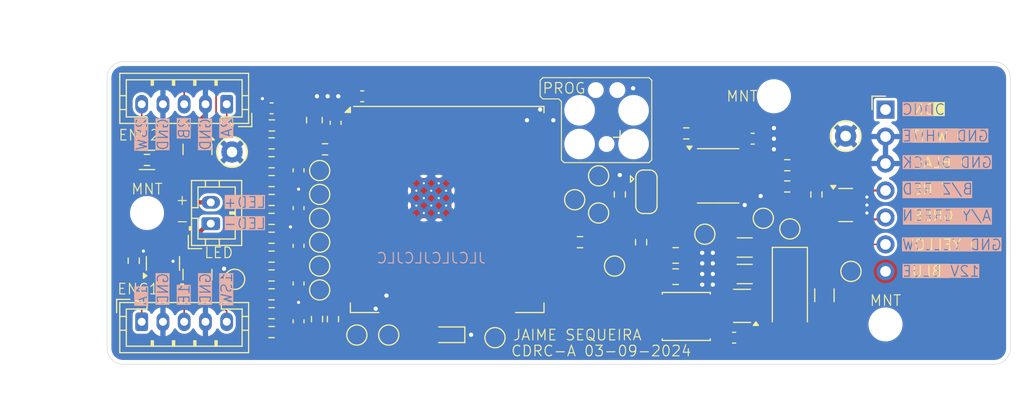
<source format=kicad_pcb>
(kicad_pcb (version 20240108) (generator "pcbnew") (generator_version "8.0")
  (title_block (title "CDRC") (date "03-09-2024") (rev "A") (company "JS HW"))
  (layers (0 "F.Cu" signal) (31 "B.Cu" signal) (34 "B.Paste" user) (35 "F.Paste" user) (36 "B.SilkS" user "B.Silkscreen") (37 "F.SilkS" user "F.Silkscreen") (38 "B.Mask" user) (39 "F.Mask" user) (44 "Edge.Cuts" user))
  (net 0 "")
  (net 1 "/DSP_CONST_12V")
  (net 2 "GND")
  (net 3 "/DSP_POWER_EN")
  (net 4 "/DSP_RS485_A{slash}Y")
  (net 5 "/DSP_RS485_B{slash}Z")
  (net 6 "/MCU/IO21")
  (net 7 "/MCU/IO18")
  (net 8 "/MCU/IO19")
  (net 9 "/RS485/RS485_B")
  (net 10 "/RS485/RS485_A")
  (net 11 "/MCU/ESP_BOOT0")
  (net 12 "/MCU/ESP_RXD0")
  (net 13 "VCC")
  (net 14 "/MCU/ESP_EN")
  (net 15 "/MCU/ESP_TXD0")
  (net 16 "Net-(Q501-G)")
  (net 22 "Net-(U401-IO13)")
  (net 37 "/USER_INTERFACE/ENC_1_A")
  (net 38 "/USER_INTERFACE/ENC_1_SW")
  (net 39 "/USER_INTERFACE/ENC_1_B")
  (net 40 "/USER_INTERFACE/ENC_2_B")
  (net 41 "/USER_INTERFACE/ENC_2_SW")
  (net 42 "Net-(U201-SW)")
  (net 43 "Net-(U201-BST)")
  (net 44 "Net-(D202-K)")
  (net 45 "Net-(D202-A)")
  (net 46 "/USER_INTERFACE/ENC_2_A")
  (net 47 "/MCU/GPIO36")
  (net 48 "/MCU/IO35")
  (net 49 "/MCU/IO33")
  (net 50 "/MCU/GPIO39")
  (net 51 "/MCU/IO34")
  (net 52 "/MCU/IO32")
  (net 53 "Net-(J502-Pin_2)")
  (net 54 "Net-(J502-Pin_1)")
  (net 55 "Net-(D401-A)")
  (net 56 "/RS485/~{RE}")
  (net 57 "/MCU/DSP_EN")
  (net 58 "/MCU/IO25")
  (net 59 "Net-(U401-IO26)")
  (net 62 "Net-(U401-IO27)")
  (footprint "Capacitor_SMD:C_0603_1608Metric_Pad1.08x0.95mm_HandSolder" (layer "F.Cu") (at 141.514 88.48 -90)
    (property "Reference" "C503" (hide yes))
    (property "Value" "0u1")
  )
  (footprint "TestPoint:TestPoint_Keystone_5000-5004_Miniature" (layer "F.Cu") (at 193 85.25)
    (property "Reference" "TP101" (hide yes))
    (property "Value" "TestPoint_Small")
  )
  (footprint "TestPoint:TestPoint_Pad_D1.5mm" (layer "F.Cu") (at 160 104.25)
    (property "Reference" "TP401" (hide yes))
    (property "Value" "TestPoint_Small")
  )
  (footprint "TestPoint:TestPoint_Pad_D1.5mm" (layer "F.Cu") (at 143.5 88.5 180)
    (property "Reference" "TP505" (hide yes))
    (property "Value" "TestPoint_Small")
  )
  (footprint "Capacitor_SMD:C_0603_1608Metric_Pad1.08x0.95mm_HandSolder" (layer "F.Cu") (at 147.5 81.5 180)
    (property "Reference" "C401" (hide yes))
    (property "Value" "1u")
  )
  (footprint "Resistor_SMD:R_0603_1608Metric_Pad0.98x0.95mm_HandSolder" (layer "F.Cu") (at 171.75 90.75 90)
    (property "Reference" "R305" (hide yes))
    (property "Value" "10k")
  )
  (footprint "Resistor_SMD:R_0603_1608Metric_Pad0.98x0.95mm_HandSolder" (layer "F.Cu") (at 126 97 -90)
    (property "Reference" "R505" (hide yes))
    (property "Value" "10k")
  )
  (footprint "TestPoint:TestPoint_Pad_D1.5mm" (layer "F.Cu") (at 187.75 94)
    (property "Reference" "TP204" (hide yes))
    (property "Value" "TestPoint_Small")
  )
  (footprint "Resistor_SMD:R_1206_3216Metric_Pad1.30x1.75mm_HandSolder" (layer "F.Cu") (at 127.25 87.5 180)
    (property "Reference" "R516" (hide yes))
    (property "Value" "330R")
  )
  (footprint "Capacitor_SMD:C_0805_2012Metric_Pad1.18x1.45mm_HandSolder" (layer "F.Cu") (at 177 98.5)
    (property "Reference" "C205" (hide yes))
    (property "Value" "22u")
  )
  (footprint "Capacitor_SMD:C_0805_2012Metric_Pad1.18x1.45mm_HandSolder" (layer "F.Cu") (at 177 96.5)
    (property "Reference" "C204" (hide yes))
    (property "Value" "22u")
  )
  (footprint "Resistor_SMD:R_0603_1608Metric_Pad0.98x0.95mm_HandSolder" (layer "F.Cu") (at 138.974 101.942 180)
    (property "Reference" "R512" (hide yes))
    (property "Value" "10k")
  )
  (footprint "Capacitor_SMD:C_0603_1608Metric_Pad1.08x0.95mm_HandSolder" (layer "F.Cu") (at 141.514 99.148 -90)
    (property "Reference" "C501" (hide yes))
    (property "Value" "0u1")
  )
  (footprint "Resistor_SMD:R_0603_1608Metric_Pad0.98x0.95mm_HandSolder" (layer "F.Cu") (at 187.5 90 180)
    (property "Reference" "R304" (hide yes))
    (property "Value" "10R")
  )
  (footprint "TestPoint:TestPoint_Pad_D1.5mm" (layer "F.Cu") (at 171.25 97.5)
    (property "Reference" "TP203" (hide yes))
    (property "Value" "TestPoint_Small")
  )
  (footprint "Resistor_SMD:R_0603_1608Metric_Pad0.98x0.95mm_HandSolder" (layer "F.Cu") (at 138.974 91.274 180)
    (property "Reference" "R515" (hide yes))
    (property "Value" "10k")
  )
  (footprint "Resistor_SMD:R_0603_1608Metric_Pad0.98x0.95mm_HandSolder" (layer "F.Cu") (at 187.5 88)
    (property "Reference" "R302" (hide yes))
    (property "Value" "10R")
  )
  (footprint "Capacitor_SMD:C_0603_1608Metric_Pad1.08x0.95mm_HandSolder" (layer "F.Cu") (at 141.514 102.704 90)
    (property "Reference" "C505" (hide yes))
    (property "Value" "0u1")
  )
  (footprint "RF_Module:ESP32-WROOM-32UE" (layer "F.Cu") (at 155.5 92.17)
    (property "Reference" "U401" (hide yes))
    (property "Value" "ESP32-WROOM-32UE-R2")
  )
  (footprint "Package_TO_SOT_SMD:SOT-23" (layer "F.Cu") (at 128.75 97.25 90)
    (property "Reference" "Q501" (hide yes))
    (property "Value" "AO3400A")
  )
  (footprint "Resistor_SMD:R_0603_1608Metric_Pad0.98x0.95mm_HandSolder" (layer "F.Cu") (at 178 85 180)
    (property "Reference" "R301" (hide yes))
    (property "Value" "10k")
  )
  (footprint "TestPoint:TestPoint_Pad_D1.5mm" (layer "F.Cu") (at 150 104)
    (property "Reference" "TP304" (hide yes))
    (property "Value" "TestPoint_Small")
  )
  (footprint "MountingHole:MountingHole_2.7mm_M2.5" (layer "F.Cu") (at 127.25 92.5)
    (property "Reference" "H102" (hide yes))
    (property "Value" "MountingHole")
  )
  (footprint "Resistor_SMD:R_0603_1608Metric_Pad0.98x0.95mm_HandSolder" (layer "F.Cu") (at 138.974 94.83)
    (property "Reference" "R504" (hide yes))
    (property "Value" "10k")
  )
  (footprint "Connector_JST:JST_PH_B2B-PH-K_1x02_P2.00mm_Vertical" (layer "F.Cu") (at 133.25 93.5 90)
    (property "Reference" "J502" (hide yes))
    (property "Value" "JST-PH-2.0-02")
  )
  (footprint "Package_DFN_QFN:Diodes_UDFN-10_1.0x2.5mm_P0.5mm" (layer "F.Cu") (at 132 98.25 90)
    (property "Reference" "U501" (hide yes))
    (property "Value" "ESD224DQA")
  )
  (footprint "Package_SO:SOIC-8_3.9x4.9mm_P1.27mm" (layer "F.Cu") (at 181 89)
    (property "Reference" "IC301" (hide yes))
    (property "Value" "SN65HVD75DR")
  )
  (footprint "TestPoint:TestPoint_Pad_D1.5mm" (layer "F.Cu") (at 169.75 89)
    (property "Reference" "TP303" (hide yes))
    (property "Value" "TestPoint_Small")
  )
  (footprint "Resistor_SMD:R_0603_1608Metric_Pad0.98x0.95mm_HandSolder" (layer "F.Cu") (at 138.974 85.94)
    (property "Reference" "R509" (hide yes))
    (property "Value" "10k")
  )
  (footprint "Capacitor_SMD:C_0603_1608Metric_Pad1.08x0.95mm_HandSolder" (layer "F.Cu") (at 141.514 95.592 90)
    (property "Reference" "C502" (hide yes))
    (property "Value" "0u1")
  )
  (footprint "Capacitor_SMD:C_0603_1608Metric_Pad1.08x0.95mm_HandSolder" (layer "F.Cu") (at 141.514 92.036 90)
    (property "Reference" "C506" (hide yes))
    (property "Value" "0u1")
  )
  (footprint "Resistor_SMD:R_0603_1608Metric_Pad0.98x0.95mm_HandSolder" (layer "F.Cu") (at 138.974 103.72)
    (property "Reference" "R513" (hide yes))
    (property "Value" "10k")
  )
  (footprint "Jumper:SolderJumper-3_P1.3mm_Bridged2Bar12_RoundedPad1.0x1.5mm" (layer "F.Cu") (at 174.25 90.5 -90)
    (property "Reference" "JP304" (hide yes))
    (property "Value" "SolderJumper_3_Bridged12")
  )
  (footprint "Resistor_SMD:R_0603_1608Metric_Pad0.98x0.95mm_HandSolder" (layer "F.Cu") (at 139 84.25)
    (property "Reference" "R511" (hide yes))
    (property "Value" "10k")
  )
  (footprint "Resistor_SMD:R_0603_1608Metric_Pad0.98x0.95mm_HandSolder" (layer "F.Cu") (at 143.25 102.5 -90)
    (property "Reference" "R503" (hide yes))
    (property "Value" "330R")
  )
  (footprint "Connector_PinHeader_2.54mm:PinHeader_1x07_P2.54mm_Horizontal" (layer "F.Cu") (at 196.75 82.76)
    (property "Reference" "J101" (hide yes))
    (property "Value" "DSP Header")
  )
  (footprint "Resistor_SMD:R_0603_1608Metric_Pad0.98x0.95mm_HandSolder" (layer "F.Cu") (at 138.974 98.386 180)
    (property "Reference" "R502" (hide yes))
    (property "Value" "10k")
  )
  (footprint "TestPoint:TestPoint_Pad_D1.5mm" (layer "F.Cu") (at 167.5 91.25)
    (property "Reference" "TP302" (hide yes))
    (property "Value" "TestPoint_Small")
  )
  (footprint "Capacitor_SMD:C_0603_1608Metric_Pad1.08x0.95mm_HandSolder" (layer "F.Cu") (at 182.5 104.25 180)
    (property "Reference" "C201" (hide yes))
    (property "Value" "0u1")
  )
  (footprint "LED_SMD:LED_0603_1608Metric_Pad1.05x0.95mm_HandSolder" (layer "F.Cu") (at 155.5 103.974 180)
    (property "Reference" "D401" (hide yes))
    (property "Value" "WHITE OR BLUE")
  )
  (footprint "Resistor_SMD:R_0603_1608Metric_Pad0.98x0.95mm_HandSolder" (layer "F.Cu") (at 173.75 95.25 90)
    (property "Reference" "R201" (hide yes))
    (property "Value" "0R")
  )
  (footprint "Fuse:Fuse_1206_3216Metric_Pad1.42x1.75mm_HandSolder" (layer "F.Cu") (at 191 100.25 -90)
    (property "Reference" "F201" (hide yes))
    (property "Value" "BSMD1206-025-33V")
  )
  (footprint "TestPoint:TestPoint_Pad_D1.5mm" (layer "F.Cu") (at 143.5 93 180)
    (property "Reference" "TP506" (hide yes))
    (property "Value" "TestPoint_Small")
  )
  (footprint "TestPoint:TestPoint_Pad_D1.5mm" (layer "F.Cu") (at 143.5 97.5 180)
    (property "Reference" "TP501" (hide yes))
    (property "Value" "TestPoint_Small")
  )
  (footprint "TestPoint:TestPoint_Pad_D1.5mm" (layer "F.Cu") (at 185.25 93)
    (property "Reference" "TP103" (hide yes))
    (property "Value" "TestPoint_Small")
  )
  (footprint "MountingHole:MountingHole_2.7mm_M2.5" (layer "F.Cu") (at 196.75 103)
    (property "Reference" "H103" (hide yes))
    (property "Value" "MountingHole")
  )
  (footprint "Package_TO_SOT_SMD:TSOT-23-6" (layer "F.Cu") (at 183.25 101.25 180)
    (property "Reference" "U201" (hide yes))
    (property "Value" "AP63203WU-7")
  )
  (footprint "Diode_SMD:D_SMA_Handsoldering" (layer "F.Cu") (at 187.75 100.25 -90)
    (property "Reference" "D202" (hide yes))
    (property "Value" "US1M")
  )
  (footprint "TestPoint:TestPoint_Pad_D1.5mm" (layer "F.Cu") (at 179.75 94.5)
    (property "Reference" "TP201" (hide yes))
    (property "Value" "TestPoint_Small")
  )
  (footprint "Inductor_SMD:L_Cenker_CKCS4030" (layer "F.Cu") (at 178 102.25 180)
    (property "Reference" "L201" (hide yes))
    (property "Value" "4u7")
  )
  (footprint "Resistor_SMD:R_0603_1608Metric_Pad0.98x0.95mm_HandSolder" (layer "F.Cu") (at 138.974 89.496)
    (property "Reference" "R508" (hide yes))
    (property "Value" "10k")
  )
  (footprint "Resistor_SMD:R_0603_1608Metric_Pad0.98x0.95mm_HandSolder" (layer "F.Cu") (at 138.974 93.052)
    (property "Reference" "R514" (hide yes))
    (property "Value" "10k")
  )
  (footprint "Resistor_SMD:R_0603_1608Metric_Pad0.98x0.95mm_HandSolder" (layer "F.Cu") (at 144 86.5)
    (property "Reference" "R401" (hide yes))
    (property "Value" "10k")
  )
  (footprint "Capacitor_SMD:C_0805_2012Metric_Pad1.18x1.45mm_HandSolder" (layer "F.Cu") (at 143 83.75 90)
    (property "Reference" "C402" (hide yes))
    (property "Value" "22u")
  )
  (footprint "TestPoint:TestPoint_Pad_D1.5mm" (layer "F.Cu") (at 169.75 92.5)
    (property "Reference" "TP301" (hide yes))
    (property "Value" "TestPoint_Small")
  )
  (footprint "Capacitor_SMD:C_0603_1608Metric_Pad1.08x0.95mm_HandSolder" (layer "F.Cu") (at 184.25 85.5)
    (property "Reference" "C301" (hide yes))
    (property "Value" "0u1")
  )
  (footprint "Package_TO_SOT_SMD:SOT-23" (layer "F.Cu") (at 193 91.75)
    (property "Reference" "D301" (hide yes))
    (property "Value" "SM712")
  )
  (footprint "TestPoint:TestPoint_Pad_D1.5mm" (layer "F.Cu") (at 143.5 99.75 180)
    (property "Reference" "TP503" (hide yes))
    (property "Value" "TestPoint_Small")
  )
  (footprint "TestPoint:TestPoint_Pad_D1.5mm" (layer "F.Cu") (at 143.5 95.25 180)
    (property "Reference" "TP502" (hide yes))
    (property "Value" "TestPoint_Small")
  )
  (footprint "Connector:Tag-Connect_TC2030-IDC-FP_2x03_P1.27mm_Vertical" (layer "F.Cu") (at 170.5 83.46 90)
    (property "Reference" "J401" (hide yes))
    (property "Value" "TC2030NL - For UART PROG")
  )
  (footprint "TestPoint:TestPoint_Pad_D1.5mm" (layer "F.Cu") (at 193.5 98)
    (property "Reference" "TP102" (hide yes))
    (property "Value" "TestPoint_Small")
  )
  (footprint "TestPoint:TestPoint_Pad_D1.5mm" (layer "F.Cu") (at 143.5 90.75 180)
    (property "Reference" "TP504" (hide yes))
    (property "Value" "TestPoint_Small")
  )
  (footprint "Capacitor_SMD:C_0603_1608Metric_Pad1.08x0.95mm_HandSolder" (layer "F.Cu") (at 138.974 82.638 180)
    (property "Reference" "C504" (hide yes))
    (property "Value" "0u1")
  )
  (footprint "MountingHole:MountingHole_2.7mm_M2.5" (layer "F.Cu") (at 186.25 81.5)
    (property "Reference" "H101" (hide yes))
    (property "Value" "MountingHole")
  )
  (footprint "Connector_JST:JST_PH_B5B-PH-K_1x05_P2.00mm_Vertical" (layer "F.Cu") (at 126.75 102.75)
    (property "Reference" "J504" (hide yes))
    (property "Value" "JST-PH-2.0-05")
  )
  (footprint "Resistor_SMD:R_0603_1608Metric_Pad0.98x0.95mm_HandSolder" (layer "F.Cu") (at 138.974 87.718 180)
    (property "Reference" "R510" (hide yes))
    (property "Value" "10k")
  )
  (footprint "Resistor_SMD:R_0603_1608Metric_Pad0.98x0.95mm_HandSolder" (layer "F.Cu") (at 127.25 87.5)
    (property "Reference" "R501" (hide yes))
    (property "Value" "330R")
  )
  (footprint "TestPoint:TestPoint_Pad_D1.5mm" (layer "F.Cu") (at 135.5 98.75 180)
    (property "Reference" "TP507" (hide yes))
    (property "Value" "TestPoint_Small")
  )
  (footprint "Resistor_SMD:R_0603_1608Metric_Pad0.98x0.95mm_HandSolder" (layer "F.Cu") (at 138.974 96.608)
    (property "Reference" "R506" (hide yes))
    (property "Value" "10k")
  )
  (footprint "Package_DFN_QFN:Diodes_UDFN-10_1.0x2.5mm_P0.5mm" (layer "F.Cu") (at 132 86.5 -90)
    (property "Reference" "U502" (hide yes))
    (property "Value" "ESD224DQA")
  )
  (footprint "TestPoint:TestPoint_Pad_D1.5mm" (layer "F.Cu") (at 147 104)
    (property "Reference" "TP306" (hide yes))
    (property "Value" "TestPoint_Small")
  )
  (footprint "Capacitor_SMD:C_1206_3216Metric_Pad1.33x1.80mm_HandSolder" (layer "F.Cu") (at 183.5 98.25 180)
    (property "Reference" "C203" (hide yes))
    (property "Value" "10u")
  )
  (footprint "Connector_JST:JST_PH_B5B-PH-K_1x05_P2.00mm_Vertical" (layer "F.Cu") (at 134.75 82.25 180)
    (property "Reference" "J501" (hide yes))
    (property "Value" "JST-PH-2.0-05")
  )
  (footprint "Resistor_SMD:R_0603_1608Metric_Pad0.98x0.95mm_HandSolder" (layer "F.Cu") (at 190.25 90.75 -90)
    (property "Reference" "R303" (hide yes))
    (property "Value" "120R")
  )
  (footprint "Resistor_SMD:R_0603_1608Metric_Pad0.98x0.95mm_HandSolder" (layer "F.Cu") (at 168 95.25)
    (property "Reference" "R403" (hide yes))
    (property "Value" "330R")
  )
  (footprint "Capacitor_SMD:C_1206_3216Metric_Pad1.33x1.80mm_HandSolder" (layer "F.Cu") (at 183.5 95.75 180)
    (property "Reference" "C202" (hide yes))
    (property "Value" "10u")
  )
  (footprint "Resistor_SMD:R_0603_1608Metric_Pad0.98x0.95mm_HandSolder" (layer "F.Cu") (at 138.974 100.164)
    (property "Reference" "R507" (hide yes))
    (property "Value" "10k")
  )
  (footprint "Resistor_SMD:R_0603_1608Metric_Pad0.98x0.95mm_HandSolder" (layer "F.Cu") (at 144.75 102.5 -90)
    (property "Reference" "R402" (hide yes))
    (property "Value" "330R")
  )
  (footprint "Capacitor_SMD:C_0603_1608Metric_Pad1.08x0.95mm_HandSolder" (layer "F.Cu") (at 145 84 90)
    (property "Reference" "C403" (hide yes))
    (property "Value" "1u")
  )
  (footprint "TestPoint:TestPoint_Keystone_5000-5004_Miniature" (layer "F.Cu") (at 135.25 86.75 180)
    (property "Reference" "TP508" (hide yes))
    (property "Value" "TestPoint_Small")
  )
  (gr_line (start 164.25 81.5) (end 164.25 80) (stroke (width 0.1)) (layer "F.SilkS"))
  (gr_line (start 166.25 82) (end 166 81.75) (stroke (width 0.1)) (layer "F.SilkS"))
  (gr_line (start 164.5 81.75) (end 164.25 81.5) (stroke (width 0.1)) (layer "F.SilkS"))
  (gr_line (start 164.25 80) (end 164.5 79.75) (stroke (width 0.1)) (layer "F.SilkS"))
  (gr_line (start 166.25 87.5) (end 166.25 82) (stroke (width 0.1)) (layer "F.SilkS"))
  (gr_line (start 166 81.75) (end 164.5 81.75) (stroke (width 0.1)) (layer "F.SilkS"))
  (gr_line (start 166.5 87.75) (end 166.25 87.5) (stroke (width 0.1)) (layer "F.SilkS"))
  (gr_line (start 174.75 80) (end 174.75 87.5) (stroke (width 0.1)) (layer "F.SilkS"))
  (gr_line (start 164.5 79.75) (end 167 79.75) (stroke (width 0.1)) (layer "F.SilkS"))
  (gr_line (start 167 79.75) (end 174.5 79.75) (stroke (width 0.1)) (layer "F.SilkS"))
  (gr_line (start 174.75 87.5) (end 174.5 87.75) (stroke (width 0.1)) (layer "F.SilkS"))
  (gr_line (start 174.5 79.75) (end 174.75 80) (stroke (width 0.1)) (layer "F.SilkS"))
  (gr_line (start 174.5 87.75) (end 166.5 87.75) (stroke (width 0.1)) (layer "F.SilkS"))
  (gr_arc (start 125 106.75) (mid 123.93934 106.31066) (end 123.5 105.25) (stroke (width 0.05)) (layer "Edge.Cuts"))
  (gr_arc (start 208.5 105.25) (mid 208.06066 106.31066) (end 207 106.75) (stroke (width 0.05)) (layer "Edge.Cuts"))
  (gr_arc (start 207 78.25) (mid 208.06066 78.68934) (end 208.5 79.75) (stroke (width 0.05)) (layer "Edge.Cuts"))
  (gr_line (start 123.5 105.25) (end 123.5 79.75) (stroke (width 0.05)) (layer "Edge.Cuts"))
  (gr_line (start 207 106.75) (end 125 106.75) (stroke (width 0.05)) (layer "Edge.Cuts"))
  (gr_line (start 125 78.25) (end 207 78.25) (stroke (width 0.05)) (layer "Edge.Cuts"))
  (gr_line (start 208.5 79.75) (end 208.5 105.25) (stroke (width 0.05)) (layer "Edge.Cuts"))
  (gr_arc (start 123.5 79.75) (mid 123.93934 78.68934) (end 125 78.25) (stroke (width 0.05)) (layer "Edge.Cuts"))
  (gr_text "GND YELLOW\n" (at 198.25 95.5 0) (layer "B.SilkS" knockout) (effects (font (size 1 1) (thickness 0.1)) (justify right mirror)))
  (gr_text "GND" (at 132.75 83.5 90) (layer "B.SilkS" knockout) (effects (font (size 1 1) (thickness 0.1)) (justify left mirror)))
  (gr_text "GND\n" (at 128.75 83.5 90) (layer "B.SilkS" knockout) (effects (font (size 1 1) (thickness 0.1)) (justify left mirror)))
  (gr_text "JLCJLCJLCJLC" (at 154 96.75 0) (layer "B.SilkS") (effects (font (size 1 1) (thickness 0.1)) (justify mirror)))
  (gr_text "1A" (at 126.75 101.25 90) (layer "B.SilkS" knockout) (effects (font (size 1 1) (thickness 0.1)) (justify right mirror)))
  (gr_text "1B\n" (at 130.75 101.25 90) (layer "B.SilkS" knockout) (effects (font (size 1 1) (thickness 0.1)) (justify right mirror)))
  (gr_text "2B" (at 130.75 83.5 90) (layer "B.SilkS" knockout) (effects (font (size 1 1) (thickness 0.1)) (justify left mirror)))
  (gr_text "LED-" (at 138.5 93.5 0) (layer "B.SilkS" knockout) (effects (font (size 1 1) (thickness 0.1)) (justify left mirror)))
  (gr_text "GND" (at 128.75 101.25 90) (layer "B.SilkS" knockout) (effects (font (size 1 1) (thickness 0.1)) (justify right mirror)))
  (gr_text "2A\n" (at 134.75 83.5 90) (layer "B.SilkS" knockout) (effects (font (size 1 1) (thickness 0.1)) (justify left mirror)))
  (gr_text "2SW" (at 126.75 83.5 90) (layer "B.SilkS" knockout) (effects (font (size 1 1) (thickness 0.1)) (justify left mirror)))
  (gr_text "GND BLACK" (at 198.25 87.75 0) (layer "B.SilkS" knockout) (effects (font (size 1 1) (thickness 0.1)) (justify right mirror)))
  (gr_text "GND WHITE" (at 198.25 85.25 0) (layer "B.SilkS" knockout) (effects (font (size 1 1) (thickness 0.1)) (justify right mirror)))
  (gr_text "12V BLUE" (at 198.25 98 0) (layer "B.SilkS" knockout) (effects (font (size 1 1) (thickness 0.1)) (justify right mirror)))
  (gr_text "B/Z RED" (at 198.25 90.25 0) (layer "B.SilkS" knockout) (effects (font (size 1 1) (thickness 0.1)) (justify right mirror)))
  (gr_text "LED+" (at 138.5 91.5 0) (layer "B.SilkS" knockout) (effects (font (size 1 1) (thickness 0.1)) (justify left mirror)))
  (gr_text "GND\n" (at 132.75 101.25 90) (layer "B.SilkS" knockout) (effects (font (size 1 1) (thickness 0.1)) (justify right mirror)))
  (gr_text "A/Y GREEN\n" (at 198.25 92.75 0) (layer "B.SilkS" knockout) (effects (font (size 1 1) (thickness 0.1)) (justify right mirror)))
  (gr_text "DNC" (at 198.25 82.75 0) (layer "B.SilkS" knockout) (effects (font (size 1 1) (thickness 0.1)) (justify right mirror)))
  (gr_text "1SW" (at 134.75 101.25 90) (layer "B.SilkS" knockout) (effects (font (size 1 1) (thickness 0.1)) (justify right mirror)))
  (gr_text "ENC2" (at 124.5 85.75 0) (layer "F.SilkS") (effects (font (size 1 1) (thickness 0.1)) (justify left bottom)))
  (gr_text "LED" (at 134 96.25 0) (layer "F.SilkS") (effects (font (size 1 1) (thickness 0.1))))
  (gr_text "MNT" (at 127.25 90.25 0) (layer "F.SilkS") (effects (font (size 1 1) (thickness 0.1))))
  (gr_text "GREEN" (at 199.25 92.75 0) (layer "F.SilkS" knockout) (effects (font (size 1 1) (thickness 0.1)) (justify left)))
  (gr_text "${TITLE}-${REVISION} ${ISSUE_DATE}" (at 170 105.5 0) (layer "F.SilkS") (effects (font (size 1 1) (thickness 0.1))))
  (gr_text "WHITE" (at 199.25 85.25 0) (layer "F.SilkS" knockout) (effects (font (size 1 1) (thickness 0.1)) (justify left)))
  (gr_text "JAIME SEQUEIRA" (at 167.75 104 0) (layer "F.SilkS") (effects (font (size 1 1) (thickness 0.1))))
  (gr_text "PROG" (at 166.5 80.75 0) (layer "F.SilkS") (effects (font (size 1 1) (thickness 0.1))))
  (gr_text "DNC" (at 199.25 82.75 0) (layer "F.SilkS" knockout) (effects (font (size 1 1) (thickness 0.1)) (justify left)))
  (gr_text "BLUE" (at 199 98 0) (layer "F.SilkS" knockout) (effects (font (size 1 1) (thickness 0.1)) (justify left)))
  (gr_text "-" (at 131.25 93.25 0) (layer "F.SilkS") (effects (font (size 1 1) (thickness 0.1)) (justify right)))
  (gr_text "MNT" (at 196.75 100.75 0) (layer "F.SilkS") (effects (font (size 1 1) (thickness 0.1))))
  (gr_text "ENC1" (at 124.39 100.25 0) (layer "F.SilkS") (effects (font (size 1 1) (thickness 0.1)) (justify left bottom)))
  (gr_text "BLACK\n" (at 199.25 87.75 0) (layer "F.SilkS" knockout) (effects (font (size 1 1) (thickness 0.1)) (justify left)))
  (gr_text "+" (at 131.25 91.25 0) (layer "F.SilkS") (effects (font (size 1 1) (thickness 0.1)) (justify right)))
  (gr_text "MNT" (at 183.25 81.5 0) (layer "F.SilkS") (effects (font (size 1 1) (thickness 0.1))))
  (gr_text "YELLOW" (at 199.25 95.5 0) (layer "F.SilkS" knockout) (effects (font (size 1 1) (thickness 0.1)) (justify left)))
  (gr_text "RED" (at 199.25 90.25 0) (layer "F.SilkS" knockout) (effects (font (size 1 1) (thickness 0.1)) (justify left)))
  (segment (start 126 96.0875) (end 126.9125 96.0875) (width 0.2) (layer "F.Cu") (net 2))
  (segment (start 185.25 85.5) (end 186.25 84.5) (width 0.9) (layer "F.Cu") (net 2))
  (segment (start 185.25 85.5) (end 186.25 86.5) (width 0.9) (layer "F.Cu") (net 2))
  (segment (start 186.25 84.5) (end 186.25 86.5) (width 0.9) (layer "F.Cu") (net 2))
  (segment (start 171.75 89.8375) (end 171.75 88.925) (width 0.2) (layer "F.Cu") (net 2))
  (segment (start 149.785 101.52) (end 148.77 101.52) (width 0.9) (layer "F.Cu") (net 2))
  (segment (start 171.135 82.135) (end 171.515 82.135) (width 0.2) (layer "F.Cu") (net 2))
  (segment (start 141.514 94.576) (end 140.752 93.814) (width 0.2) (layer "F.Cu") (net 2))
  (segment (start 132.75 102.5) (end 132.75 100.704596) (width 0.4) (layer "F.Cu") (net 2))
  (segment (start 134.5 97.75) (end 135.5 98.75) (width 0.4) (layer "F.Cu") (net 2))
  (segment (start 164.25 83.76) (end 165.49 83.76) (width 0.9) (layer "F.Cu") (net 2))
  (segment (start 174.25 89.2) (end 172.775 89.2) (width 0.2) (layer "F.Cu") (net 2))
  (segment (start 141.514 100.926) (end 141.514 100.0105) (width 0.2) (layer "F.Cu") (net 2))
  (segment (start 129.7 97.05) (end 129.7 98.1875) (width 0.6) (layer "F.Cu") (net 2))
  (segment (start 195 91) (end 195 92.5) (width 0.6) (layer "F.Cu") (net 2))
  (segment (start 179.75 96.25) (end 180.5 96.25) (width 0.4) (layer "F.Cu") (net 2))
  (segment (start 183.475 91.725) (end 183.5 91.75) (width 0.6) (layer "F.Cu") (net 2))
  (segment (start 172.9 80.75) (end 173 80.75) (width 0.2) (layer "F.Cu") (net 2))
  (segment (start 181.4375 96.25) (end 181.9375 95.75) (width 0.4) (layer "F.Cu") (net 2))
  (segment (start 183.475 90.905) (end 185 90.905) (width 0.6) (layer "F.Cu") (net 2))
  (segment (start 185.1125 85.5) (end 186.25 85.5) (width 0.9) (layer "F.Cu") (net 2))
  (segment (start 183.475 90.905) (end 183.475 91.725) (width 0.6) (layer "F.Cu") (net 2))
  (segment (start 164.25 83.76) (end 163.01 83.76) (width 0.9) (layer "F.Cu") (net 2))
  (segment (start 141.514 90.258) (end 141.514 91.1735) (width 0.2) (layer "F.Cu") (net 2))
  (segment (start 149.785 101.52) (end 149.785 100.285) (width 0.9) (layer "F.Cu") (net 2))
  (segment (start 180.5 96.25) (end 181.4375 96.25) (width 0.4) (layer "F.Cu") (net 2))
  (segment (start 132 86) (end 132 85) (width 0.15) (layer "F.Cu") (net 2))
  (segment (start 185.1125 85.5) (end 185.25 85.5) (width 0.9) (layer "F.Cu") (net 2))
  (segment (start 132.75 100.704596) (end 132 99.954596) (width 0.4) (layer "F.Cu") (net 2))
  (segment (start 171.75 88.925) (end 172.5 88.925) (width 0.2) (layer "F.Cu") (net 2))
  (segment (start 195 91.75) (end 193.9375 91.75) (width 0.6) (layer "F.Cu") (net 2))
  (segment (start 179.75 94.5) (end 179.75 96.25) (width 0.4) (layer "F.Cu") (net 2))
  (segment (start 157.75 103.974) (end 156.375 103.974) (width 0.2) (layer "F.Cu") (net 2))
  (segment (start 132 97.675) (end 132 98.8) (width 0.2) (layer "F.Cu") (net 2))
  (segment (start 132 84) (end 132.75 83.25) (width 0.4) (layer "F.Cu") (net 2))
  (segment (start 172.775 89.2) (end 172.5 88.925) (width 0.2) (layer "F.Cu") (net 2))
  (segment (start 132 99.954596) (end 132 99.75) (width 0.4) (layer "F.Cu") (net 2))
  (segment (start 141.514 90.258) (end 141.514 89.3425) (width 0.2) (layer "F.Cu") (net 2))
  (segment (start 171.515 82.135) (end 172.9 80.75) (width 0.2) (layer "F.Cu") (net 2))
  (segment (start 164.25 83.76) (end 164.25 82.75) (width 0.9) (layer "F.Cu") (net 2))
  (segment (start 132 98.8) (end 132 99.75) (width 0.15) (layer "F.Cu") (net 2))
  (segment (start 132 87.125) (end 132 86) (width 0.15) (layer "F.Cu") (net 2))
  (segment (start 132 85) (end 132 84) (width 0.4) (layer "F.Cu") (net 2))
  (segment (start 132.75 83.25) (end 132.75 82.25) (width 0.4) (layer "F.Cu") (net 2))
  (segment (start 141.514 100.926) (end 141.514 101.8415) (width 0.2) (layer "F.Cu") (net 2))
  (segment (start 138.1115 82.638) (end 138.1115 81.7225) (width 0.2) (layer "F.Cu") (net 2))
  (via (at 149.785 100.285) (size 0.8) (drill 0.4) (layers "F.Cu" "B.Cu") (net 2))
  (via (at 186.25 85.5) (size 0.8) (drill 0.4) (layers "F.Cu" "B.Cu") (net 2))
  (via (at 186.25 86.5) (size 0.8) (drill 0.4) (layers "F.Cu" "B.Cu") (net 2))
  (via (at 179.5 99.25) (size 0.8) (drill 0.4) (layers "F.Cu" "B.Cu") (net 2))
  (via (at 186.25 84.5) (size 0.8) (drill 0.4) (layers "F.Cu" "B.Cu") (net 2))
  (via (at 195 92.5) (size 0.6) (drill 0.3) (layers "F.Cu" "B.Cu") (net 2))
  (via (at 195 91) (size 0.6) (drill 0.3) (layers "F.Cu" "B.Cu") (net 2))
  (via (at 129.7 97.05) (size 0.6) (drill 0.3) (layers "F.Cu" "B.Cu") (net 2))
  (via (at 143.25 81.5) (size 0.8) (drill 0.4) (layers "F.Cu" "B.Cu") (net 2))
  (via (at 148.77 101.52) (size 0.8) (drill 0.4) (layers "F.Cu" "B.Cu") (net 2))
  (via (at 180.5 98.25) (size 0.8) (drill 0.4) (layers "F.Cu" "B.Cu") (net 2))
  (via (at 195 91.75) (size 0.6) (drill 0.3) (layers "F.Cu" "B.Cu") (net 2))
  (via (at 157.75 103.974) (size 0.8) (drill 0.4) (layers "F.Cu" "B.Cu") (net 2))
  (via (at 141.514 90.258) (size 0.7) (drill 0.3) (layers "F.Cu" "B.Cu") (net 2))
  (via (at 144.25 81.5) (size 0.8) (drill 0.4) (layers "F.Cu" "B.Cu") (net 2))
  (via (at 141.514 100.926) (size 0.7) (drill 0.3) (layers "F.Cu" "B.Cu") (net 2))
  (via (at 183.5 91.75) (size 0.8) (drill 0.4) (layers "F.Cu" "B.Cu") (net 2))
  (via (at 179.5 96.25) (size 0.8) (drill 0.4) (layers "F.Cu" "B.Cu") (net 2))
  (via (at 140.752 93.814) (size 0.7) (drill 0.3) (layers "F.Cu" "B.Cu") (net 2))
  (via (at 185 90.905) (size 0.8) (drill 0.4) (layers "F.Cu" "B.Cu") (net 2))
  (via (at 180.5 99.25) (size 0.8) (drill 0.4) (layers "F.Cu" "B.Cu") (net 2))
  (via (at 164.25 82.75) (size 0.8) (drill 0.4) (layers "F.Cu" "B.Cu") (net 2))
  (via (at 126.9125 96.0875) (size 0.6) (drill 0.3) (layers "F.Cu" "B.Cu") (net 2))
  (via (at 179.5 98.25) (size 0.8) (drill 0.4) (layers "F.Cu" "B.Cu") (net 2))
  (via (at 138.1115 81.7225) (size 0.6) (drill 0.3) (layers "F.Cu" "B.Cu") (net 2))
  (via (at 145.25 81.5) (size 0.8) (drill 0.4) (layers "F.Cu" "B.Cu") (net 2))
  (via (at 173 80.75) (size 0.8) (drill 0.4) (layers "F.Cu" "B.Cu") (net 2))
  (via (at 171.75 88.925) (size 0.8) (drill 0.4) (layers "F.Cu" "B.Cu") (net 2))
  (via (at 180.5 96.25) (size 0.8) (drill 0.4) (layers "F.Cu" "B.Cu") (net 2))
  (via (at 134.5 97.75) (size 0.8) (drill 0.4) (layers "F.Cu" "B.Cu") (net 2))
  (via (at 165.49 83.76) (size 0.8) (drill 0.4) (layers "F.Cu" "B.Cu") (net 2))
  (via (at 163.01 83.76) (size 0.8) (drill 0.4) (layers "F.Cu" "B.Cu") (net 2))
  (via (at 179.5 97.25) (size 0.8) (drill 0.4) (layers "F.Cu" "B.Cu") (net 2))
  (via (at 180.5 97.25) (size 0.8) (drill 0.4) (layers "F.Cu" "B.Cu") (net 2))
  (segment (start 189.725 92.975) (end 192.21 95.46) (width 0.15) (layer "F.Cu") (net 3))
  (segment (start 185.275 92.975) (end 189.725 92.975) (width 0.15) (layer "F.Cu") (net 3))
  (segment (start 184.5 93.25) (end 184.75 93) (width 0.15) (layer "F.Cu") (net 3))
  (segment (start 178.75 93.25) (end 184.5 93.25) (width 0.15) (layer "F.Cu") (net 3))
  (segment (start 168.9125 95.25) (end 176.75 95.25) (width 0.15) (layer "F.Cu") (net 3))
  (segment (start 192.21 95.46) (end 196.75 95.46) (width 0.15) (layer "F.Cu") (net 3))
  (segment (start 176.75 95.25) (end 178.75 93.25) (width 0.15) (layer "F.Cu") (net 3))
  (segment (start 194.35 93.1) (end 194 92.75) (width 0.2) (layer "F.Cu") (net 4))
  (segment (start 194 92.75) (end 193.95 92.7) (width 0.15) (layer "F.Cu") (net 4))
  (segment (start 192.0625 92.7) (end 191.1125 92.7) (width 0.2) (layer "F.Cu") (net 4))
  (segment (start 192.0625 92.7) (end 191.2875 92.7) (width 0.15) (layer "F.Cu") (net 4))
  (segment (start 193.95 92.7) (end 194.35 93.1) (width 0.2) (layer "F.Cu") (net 4))
  (segment (start 191.1125 92.7) (end 188.4125 90) (width 0.2) (layer "F.Cu") (net 4))
  (segment (start 190.075 91.6625) (end 188.4125 90) (width 0.15) (layer "F.Cu") (net 4))
  (segment (start 196.57 93.1) (end 194.35 93.1) (width 0.2) (layer "F.Cu") (net 4))
  (segment (start 192.0625 92.7) (end 193.95 92.7) (width 0.2) (layer "F.Cu") (net 4))
  (segment (start 192.0625 90.8) (end 191.2125 90.8) (width 0.2) (layer "F.Cu") (net 5))
  (segment (start 192.0625 90.8) (end 193.95 90.8) (width 0.2) (layer "F.Cu") (net 5))
  (segment (start 191.2125 90.8) (end 188.4125 88) (width 0.2) (layer "F.Cu") (net 5))
  (segment (start 193.95 90.8) (end 194.37 90.38) (width 0.2) (layer "F.Cu") (net 5))
  (segment (start 194.37 90.38) (end 196.75 90.38) (width 0.2) (layer "F.Cu") (net 5))
  (segment (start 175.905 87.44) (end 175.905 85.345) (width 0.15) (layer "F.Cu") (net 6))
  (segment (start 175.095 88.25) (end 175.905 87.44) (width 0.15) (layer "F.Cu") (net 6))
  (segment (start 175.095 88.25) (end 170.5 88.25) (width 0.15) (layer "F.Cu") (net 6))
  (segment (start 164.25 90.11) (end 168.64 90.11) (width 0.15) (layer "F.Cu") (net 6))
  (segment (start 175.905 85.345) (end 176.25 85) (width 0.15) (layer "F.Cu") (net 6))
  (segment (start 176.25 85) (end 177.0875 85) (width 0.15) (layer "F.Cu") (net 6))
  (segment (start 170.5 88.25) (end 169.75 89) (width 0.15) (layer "F.Cu") (net 6))
  (segment (start 168.64 90.11) (end 169.75 89) (width 0.15) (layer "F.Cu") (net 6))
  (segment (start 178.525 87.095) (end 175.905 87.095) (width 0.15) (layer "F.Cu") (net 6))
  (segment (start 176.75 92.5) (end 176.75 91.25) (width 0.15) (layer "F.Cu") (net 7))
  (segment (start 168.33 93.92) (end 169.75 92.5) (width 0.15) (layer "F.Cu") (net 7))
  (segment (start 169.75 92.5) (end 170 92.75) (width 0.15) (layer "F.Cu") (net 7))
  (segment (start 177.095 90.905) (end 178.525 90.905) (width 0.15) (layer "F.Cu") (net 7))
  (segment (start 176.5 92.75) (end 176.75 92.5) (width 0.15) (layer "F.Cu") (net 7))
  (segment (start 164.25 93.92) (end 168.33 93.92) (width 0.15) (layer "F.Cu") (net 7))
  (segment (start 176.75 91.25) (end 177.095 90.905) (width 0.15) (layer "F.Cu") (net 7))
  (segment (start 170 92.75) (end 176.5 92.75) (width 0.15) (layer "F.Cu") (net 7))
  (segment (start 176.25 89.865) (end 176.25 91.25) (width 0.15) (layer "F.Cu") (net 8))
  (segment (start 178.525 89.635) (end 176.48 89.635) (width 0.15) (layer "F.Cu") (net 8))
  (segment (start 171.05 91.8) (end 174.25 91.8) (width 0.15) (layer "F.Cu") (net 8))
  (segment (start 164.25 92.65) (end 166.1 92.65) (width 0.15) (layer "F.Cu") (net 8))
  (segment (start 170.5 91.25) (end 171.05 91.8) (width 0.15) (layer "F.Cu") (net 8))
  (segment (start 166.1 92.65) (end 167.5 91.25) (width 0.15) (layer "F.Cu") (net 8))
  (segment (start 176.25 91.25) (end 175.7 91.8) (width 0.15) (layer "F.Cu") (net 8))
  (segment (start 167.5 91.25) (end 170.5 91.25) (width 0.15) (layer "F.Cu") (net 8))
  (segment (start 175.7 91.8) (end 174.25 91.8) (width 0.15) (layer "F.Cu") (net 8))
  (segment (start 176.48 89.635) (end 176.25 89.865) (width 0.15) (layer "F.Cu") (net 8))
  (segment (start 184.885 88.365) (end 185.25 88) (width 0.2) (layer "F.Cu") (net 9))
  (segment (start 185.25 88) (end 186.5875 88) (width 0.2) (layer "F.Cu") (net 9))
  (segment (start 183.475 88.365) (end 184.885 88.365) (width 0.2) (layer "F.Cu") (net 9))
  (segment (start 185.25 90) (end 186.5875 90) (width 0.2) (layer "F.Cu") (net 10))
  (segment (start 183.475 89.635) (end 184.885 89.635) (width 0.2) (layer "F.Cu") (net 10))
  (segment (start 184.885 89.635) (end 185.25 90) (width 0.2) (layer "F.Cu") (net 10))
  (segment (start 162.25 81.25) (end 161.75 81.75) (width 0.15) (layer "F.Cu") (net 11))
  (segment (start 169.865 82.19) (end 169.54 82.19) (width 0.15) (layer "F.Cu") (net 11))
  (segment (start 161.75 81.75) (end 161.75 99.75) (width 0.15) (layer "F.Cu") (net 11))
  (segment (start 161.75 99.75) (end 162.27 100.27) (width 0.15) (layer "F.Cu") (net 11))
  (segment (start 168.6 81.25) (end 162.25 81.25) (width 0.15) (layer "F.Cu") (net 11))
  (segment (start 162.27 100.27) (end 164.25 100.27) (width 0.15) (layer "F.Cu") (net 11))
  (segment (start 169.54 82.19) (end 168.6 81.25) (width 0.15) (layer "F.Cu") (net 11))
  (segment (start 164.25 88.84) (end 167.91 88.84) (width 0.15) (layer "F.Cu") (net 12))
  (segment (start 169.6 87.15) (end 169.6 84.995) (width 0.15) (layer "F.Cu") (net 12))
  (segment (start 169.6 84.995) (end 169.865 84.73) (width 0.15) (layer "F.Cu") (net 12))
  (segment (start 167.91 88.84) (end 169.6 87.15) (width 0.15) (layer "F.Cu") (net 12))
  (segment (start 173 97.5) (end 173 105.5) (width 0.4) (layer "F.Cu") (net 13))
  (segment (start 172.5 106) (end 173 105.5) (width 0.4) (layer "F.Cu") (net 13))
  (segment (start 183.3875 87.0075) (end 183.475 87.095) (width 0.6) (layer "F.Cu") (net 13))
  (segment (start 173.25 98.5) (end 173 98.75) (width 0.15) (layer "F.Cu") (net 13))
  (segment (start 139.8865 93.052) (end 139.026 93.052) (width 0.2) (layer "F.Cu") (net 13))
  (segment (start 171.45 85.045) (end 171.135 84.73) (width 0.2) (layer "F.Cu") (net 13))
  (segment (start 138.974 93.052) (end 138.974 93) (width 0.2) (layer "F.Cu") (net 13))
  (segment (start 138.974 93) (end 138.974 89.5) (width 0.2) (layer "F.Cu") (net 13))
  (segment (start 139.8865 85.94) (end 139.034 85.94) (width 0.2) (layer "F.Cu") (net 13))
  (segment (start 124.242 87.992) (end 124.77 87.464) (width 0.4) (layer "F.Cu") (net 13))
  (segment (start 138.974 89.5) (end 138.974 86) (width 0.2) (layer "F.Cu") (net 13))
  (segment (start 138.974 96.5) (end 138.974 100.25) (width 0.2) (layer "F.Cu") (net 13))
  (segment (start 178.95625 84.95625) (end 180.95625 84.95625) (width 0.2) (layer "F.Cu") (net 13))
  (segment (start 141.8625 84.8625) (end 141.5 84.5) (width 0.4) (layer "F.Cu") (net 13))
  (segment (start 139.22 103.72) (end 139.8865 103.72) (width 0.2) (layer "F.Cu") (net 13))
  (segment (start 175.75 84.75) (end 175.25 85.25) (width 0.2) (layer "F.Cu") (net 13))
  (segment (start 124.998 106) (end 124.242 105.244) (width 0.4) (layer "F.Cu") (net 13))
  (segment (start 183.3875 85.5) (end 181.75 85.5) (width 0.9) (layer "F.Cu") (net 13))
  (segment (start 171.25 97.5) (end 173 97.5) (width 0.6) (layer "F.Cu") (net 13))
  (segment (start 139.8865 96.608) (end 139.082 96.608) (width 0.15) (layer "F.Cu") (net 13))
  (segment (start 175.9625 98.5) (end 174 98.5) (width 0.15) (layer "F.Cu") (net 13))
  (segment (start 139.026 93.052) (end 138.974 93) (width 0.2) (layer "F.Cu") (net 13))
  (segment (start 124.242 105.244) (end 124.242 87.992) (width 0.4) (layer "F.Cu") (net 13))
  (segment (start 138.974 103.474) (end 139.22 103.72) (width 0.2) (layer "F.Cu") (net 13))
  (segment (start 124.77 87.464) (end 126.3775 87.464) (width 0.4) (layer "F.Cu") (net 13))
  (segment (start 173 97.5) (end 173.5 97.5) (width 0.6) (layer "F.Cu") (net 13))
  (segment (start 172.5 106) (end 124.998 106) (width 0.4) (layer "F.Cu") (net 13))
  (segment (start 183.3875 85.5) (end 183.3875 87.0075) (width 0.6) (layer "F.Cu") (net 13))
  (segment (start 138.978 89.496) (end 138.974 89.5) (width 0.2) (layer "F.Cu") (net 13))
  (segment (start 184.3875 105.8625) (end 184.3875 102.2) (width 0.15) (layer "F.Cu") (net 13))
  (segment (start 141.5 84.5) (end 141.5 79.25) (width 0.4) (layer "F.Cu") (net 13))
  (segment (start 173 98.75) (end 173 105.5) (width 0.15) (layer "F.Cu") (net 13))
  (segment (start 183.475 85.5) (end 183.475 87.095) (width 0.4) (layer "F.Cu") (net 13))
  (segment (start 175.25 85.25) (end 175.25 87) (width 0.2) (layer "F.Cu") (net 13))
  (segment (start 174 105.75) (end 174.25 106) (width 0.15) (layer "F.Cu") (net 13))
  (segment (start 175.25 87) (end 174.625 87.625) (width 0.2) (layer "F.Cu") (net 13))
  (segment (start 174.25 106) (end 184.25 106) (width 0.15) (layer "F.Cu") (net 13))
  (segment (start 138.974 93.052) (end 138.974 96.5) (width 0.2) (layer "F.Cu") (net 13))
  (segment (start 139.034 85.94) (end 138.974 86) (width 0.2) (layer "F.Cu") (net 13))
  (segment (start 173.75 96.1625) (end 173.75 97.25) (width 0.6) (layer "F.Cu") (net 13))
  (segment (start 143.0875 86.5) (end 143.0875 85.025) (width 0.2) (layer "F.Cu") (net 13))
  (segment (start 138.974 86.25) (end 138.974 79.504) (width 0.2) (layer "F.Cu") (net 13))
  (segment (start 183.475 85.5) (end 181.75 85.5) (width 0.4) (layer "F.Cu") (net 13))
  (segment (start 139.06 100.164) (end 138.974 100.25) (width 0.2) (layer "F.Cu") (net 13))
  (segment (start 174 98.5) (end 174 105.75) (width 0.15) (layer "F.Cu") (net 13))
  (segment (start 174 98.5) (end 173.25 98.5) (width 0.15) (layer "F.Cu") (net 13))
  (segment (start 175.75 84) (end 175.75 84.75) (width 0.2) (layer "F.Cu") (net 13))
  (segment (start 138.974 100.25) (end 138.974 103.474) (width 0.2) (layer "F.Cu") (net 13))
  (segment (start 173.5 97.5) (end 173.75 97.25) (width 0.6) (layer "F.Cu") (net 13))
  (segment (start 184.25 106) (end 184.3875 105.8625) (width 0.15) (layer "F.Cu") (net 13))
  (segment (start 171.975 87.625) (end 171.45 87.1) (width 0.2) (layer "F.Cu") (net 13))
  (segment (start 139.8865 100.164) (end 139.06 100.164) (width 0.2) (layer "F.Cu") (net 13))
  (segment (start 171.45 87.1) (end 171.45 85.045) (width 0.2) (layer "F.Cu") (net 13))
  (segment (start 142.6875 84.7875) (end 143 84.7875) (width 0.9) (layer "F.Cu") (net 13))
  (segment (start 142.6125 84.8625) (end 141.8625 84.8625) (width 0.4) (layer "F.Cu") (net 13))
  (segment (start 174.625 87.625) (end 171.975 87.625) (width 0.2) (layer "F.Cu") (net 13))
  (segment (start 139.8865 89.496) (end 138.978 89.496) (width 0.2) (layer "F.Cu") (net 13))
  (segment (start 148.3625 81.5) (end 148.3625 86.1625) (width 0.15) (layer "F.Cu") (net 14))
  (segment (start 148.3625 81.5) (end 161.25 81.5) (width 0.15) (layer "F.Cu") (net 14))
  (segment (start 174.5 80) (end 174.75 80.25) (width 0.15) (layer "F.Cu") (net 14))
  (segment (start 148.25 86.3) (end 146.75 86.3) (width 0.15) (layer "F.Cu") (net 14))
  (segment (start 148.3625 86.1875) (end 148.25 86.3) (width 0.15) (layer "F.Cu") (net 14))
  (segment (start 174.55 84.4) (end 172.075 84.4) (width 0.15) (layer "F.Cu") (net 14))
  (segment (start 168 80.75) (end 168.75 80) (width 0.15) (layer "F.Cu") (net 14))
  (segment (start 174.75 80.25) (end 174.75 84.2) (width 0.15) (layer "F.Cu") (net 14))
  (segment (start 146.75 86.3) (end 145.1125 86.3) (width 0.15) (layer "F.Cu") (net 14))
  (segment (start 148.3625 86.1625) (end 148.3625 86.1875) (width 0.15) (layer "F.Cu") (net 14))
  (segment (start 168.75 80) (end 174.5 80) (width 0.15) (layer "F.Cu") (net 14))
  (segment (start 161.25 81.5) (end 162 80.75) (width 0.15) (layer "F.Cu") (net 14))
  (segment (start 162 80.75) (end 168 80.75) (width 0.15) (layer "F.Cu") (net 14))
  (segment (start 174.75 84.2) (end 174.55 84.4) (width 0.15) (layer "F.Cu") (net 14))
  (segment (start 172.075 84.4) (end 171.135 83.46) (width 0.15) (layer "F.Cu") (net 14))
  (segment (start 166 85) (end 166.6 84.4) (width 0.15) (layer "F.Cu") (net 15))
  (segment (start 168.925 84.4) (end 169.865 83.46) (width 0.15) (layer "F.Cu") (net 15))
  (segment (start 166 87) (end 166 85) (width 0.15) (layer "F.Cu") (net 15))
  (segment (start 166.6 84.4) (end 168.925 84.4) (width 0.15) (layer "F.Cu") (net 15))
  (segment (start 165.43 87.57) (end 166 87) (width 0.15) (layer "F.Cu") (net 15))
  (segment (start 164.25 87.57) (end 165.43 87.57) (width 0.15) (layer "F.Cu") (net 15))
  (segment (start 126 97.9125) (end 126 100) (width 0.2) (layer "F.Cu") (net 16))
  (segment (start 126 97.9125) (end 127.525 97.9125) (width 0.2) (layer "F.Cu") (net 16))
  (segment (start 143.25 105) (end 143.25 103.4125) (width 0.2) (layer "F.Cu") (net 16))
  (segment (start 126 105.25) (end 143 105.25) (width 0.2) (layer "F.Cu") (net 16))
  (segment (start 125.5 100.5) (end 125.5 104.75) (width 0.2) (layer "F.Cu") (net 16))
  (segment (start 143 105.25) (end 143.25 105) (width 0.2) (layer "F.Cu") (net 16))
  (segment (start 127.525 97.9125) (end 127.8 98.1875) (width 0.2) (layer "F.Cu") (net 16))
  (segment (start 125.5 104.75) (end 126 105.25) (width 0.2) (layer "F.Cu") (net 16))
  (segment (start 126 100) (end 125.5 100.5) (width 0.2) (layer "F.Cu") (net 16))
  (segment (start 158.75 103) (end 160 104.25) (width 0.15) (layer "F.Cu") (net 22))
  (segment (start 151.055 101.52) (end 151.055 102.805) (width 0.15) (layer "F.Cu") (net 22))
  (segment (start 151.055 102.805) (end 151.25 103) (width 0.15) (layer "F.Cu") (net 22))
  (segment (start 151.25 103) (end 158.75 103) (width 0.15) (layer "F.Cu") (net 22))
  (segment (start 131.25 96) (end 135.625 96) (width 0.15) (layer "F.Cu") (net 37))
  (segment (start 131 97.725) (end 131 96.25) (width 0.15) (layer "F.Cu") (net 37))
  (segment (start 138.0615 94.83) (end 138.0615 96.608) (width 0.15) (layer "F.Cu") (net 37))
  (segment (start 126.75 102.75) (end 126.75 100.5) (width 0.15) (layer "F.Cu") (net 37))
  (segment (start 126.75 100.5) (end 127 100.25) (width 0.15) (layer "F.Cu") (net 37))
  (segment (start 138.0615 94.83) (end 136.795 94.83) (width 0.15) (layer "F.Cu") (net 37))
  (segment (start 131 96.25) (end 131.25 96) (width 0.15) (layer "F.Cu") (net 37))
  (segment (start 127 100.25) (end 130.25 100.25) (width 0.15) (layer "F.Cu") (net 37))
  (segment (start 135.625 96) (end 136.795 94.83) (width 0.15) (layer "F.Cu") (net 37))
  (segment (start 131 99.5) (end 131 97.725) (width 0.15) (layer "F.Cu") (net 37))
  (segment (start 130.25 100.25) (end 131 99.5) (width 0.15) (layer "F.Cu") (net 37))
  (segment (start 134.75 101.75) (end 132.5 99.5) (width 0.15) (layer "F.Cu") (net 38))
  (segment (start 132.5 98.875) (end 132.5 97.725) (width 0.15) (layer "F.Cu") (net 38))
  (segment (start 137.192 101.942) (end 137 101.75) (width 0.15) (layer "F.Cu") (net 38))
  (segment (start 132.5 99.5) (end 132.5 98.875) (width 0.15) (layer "F.Cu") (net 38))
  (segment (start 132.5 97.05) (end 132.5 97.725) (width 0.15) (layer "F.Cu") (net 38))
  (segment (start 137 98.25) (end 135.7 96.95) (width 0.15) (layer "F.Cu") (net 38))
  (segment (start 132.6 96.95) (end 132.5 97.05) (width 0.15) (layer "F.Cu") (net 38))
  (segment (start 137 101.75) (end 137 98.25) (width 0.15) (layer "F.Cu") (net 38))
  (segment (start 134.75 102.75) (end 134.75 101.75) (width 0.15) (layer "F.Cu") (net 38))
  (segment (start 138.0615 101.942) (end 137.192 101.942) (width 0.15) (layer "F.Cu") (net 38))
  (segment (start 135.7 96.95) (end 132.6 96.95) (width 0.15) (layer "F.Cu") (net 38))
  (segment (start 138.0615 101.942) (end 138.0615 103.72) (width 0.15) (layer "F.Cu") (net 38))
  (segment (start 138.0615 98.3115) (end 136.25 96.5) (width 0.15) (layer "F.Cu") (net 39))
  (segment (start 138.0615 100.164) (end 138.0615 98.386) (width 0.15) (layer "F.Cu") (net 39))
  (segment (start 136.25 96.5) (end 131.75 96.5) (width 0.15) (layer "F.Cu") (net 39))
  (segment (start 131.5 99.75) (end 131.5 98.875) (width 0.15) (layer "F.Cu") (net 39))
  (segment (start 130.75 100.5) (end 131.5 99.75) (width 0.15) (layer "F.Cu") (net 39))
  (segment (start 131.75 96.5) (end 131.5 96.75) (width 0.15) (layer "F.Cu") (net 39))
  (segment (start 131.5 96.75) (end 131.5 97.725) (width 0.15) (layer "F.Cu") (net 39))
  (segment (start 130.75 102.75) (end 130.75 100.5) (width 0.15) (layer "F.Cu") (net 39))
  (segment (start 138.0615 98.386) (end 138.0615 98.3115) (width 0.15) (layer "F.Cu") (net 39))
  (segment (start 131.5 98.875) (end 131.5 97.725) (width 0.15) (layer "F.Cu") (net 39))
  (segment (start 133.75 81) (end 133.5 80.75) (width 0.15) (layer "F.Cu") (net 40))
  (segment (start 130.75 81) (end 130.75 82.25) (width 0.15) (layer "F.Cu") (net 40))
  (segment (start 133.75 84) (end 133.75 81) (width 0.15) (layer "F.Cu") (net 40))
  (segment (start 132.75 89.25) (end 135.718 89.25) (width 0.15) (layer "F.Cu") (net 40))
  (segment (start 133.5 80.75) (end 131 80.75) (width 0.15) (layer "F.Cu") (net 40))
  (segment (start 132.5 89) (end 132.75 89.25) (width 0.15) (layer "F.Cu") (net 40))
  (segment (start 137.25 87.718) (end 138.0615 87.718) (width 0.15) (layer "F.Cu") (net 40))
  (segment (start 132.75 85) (end 133.75 84) (width 0.15) (layer "F.Cu") (net 40))
  (segment (start 132.5 85.925) (end 132.5 89) (width 0.15) (layer "F.Cu") (net 40))
  (segment (start 132.5 85.255025) (end 132.75 85.005025) (width 0.15) (layer "F.Cu") (net 40))
  (segment (start 131 80.75) (end 130.75 81) (width 0.15) (layer "F.Cu") (net 40))
  (segment (start 135.718 89.25) (end 137.25 87.718) (width 0.15) (layer "F.Cu") (net 40))
  (segment (start 132.75 85.005025) (end 132.75 85) (width 0.15) (layer "F.Cu") (net 40))
  (segment (start 132.5 85.925) (end 132.5 85.255025) (width 0.15) (layer "F.Cu") (net 40))
  (segment (start 138.0615 89.496) (end 138.0615 87.718) (width 0.15) (layer "F.Cu") (net 40))
  (segment (start 131.5 85.925) (end 131.5 85.25) (width 0.15) (layer "F.Cu") (net 41))
  (segment (start 138.0615 93.052) (end 138.0615 91.274) (width 0.15) (layer "F.Cu") (net 41))
  (segment (start 127.25 85) (end 131.25 85) (width 0.15) (layer "F.Cu") (net 41))
  (segment (start 131.5 89.25) (end 131.5 85.925) (width 0.15) (layer "F.Cu") (net 41))
  (segment (start 131.5 85.25) (end 131.25 85) (width 0.15) (layer "F.Cu") (net 41))
  (segment (start 138.0615 91.274) (end 136.774 91.274) (width 0.15) (layer "F.Cu") (net 41))
  (segment (start 135.25 89.75) (end 132 89.75) (width 0.15) (layer "F.Cu") (net 41))
  (segment (start 132 89.75) (end 131.5 89.25) (width 0.15) (layer "F.Cu") (net 41))
  (segment (start 126.75 82.25) (end 126.75 84.5) (width 0.15) (layer "F.Cu") (net 41))
  (segment (start 126.75 84.5) (end 127.25 85) (width 0.15) (layer "F.Cu") (net 41))
  (segment (start 136.774 91.274) (end 135.25 89.75) (width 0.15) (layer "F.Cu") (net 41))
  (segment (start 181.6375 104.25) (end 181.6375 103.3875) (width 0.4) (layer "F.Cu") (net 42))
  (segment (start 181.25 103) (end 180.1 103) (width 0.4) (layer "F.Cu") (net 42))
  (segment (start 181.6375 103.3875) (end 181.25 103) (width 0.4) (layer "F.Cu") (net 42))
  (segment (start 182.1125 102.2) (end 182.95 102.2) (width 0.4) (layer "F.Cu") (net 43))
  (segment (start 182.95 102.2) (end 183 102.25) (width 0.4) (layer "F.Cu") (net 43))
  (segment (start 183.3625 104.25) (end 183.3625 102.6125) (width 0.4) (layer "F.Cu") (net 43))
  (segment (start 183.3625 102.6125) (end 183 102.25) (width 0.4) (layer "F.Cu") (net 43))
  (segment (start 187.75 94) (end 187.75 97.75) (width 0.4) (layer "F.Cu") (net 44))
  (segment (start 133 88.5) (end 133.25 88.75) (width 0.15) (layer "F.Cu") (net 46))
  (segment (start 137.25 84.25) (end 138.0875 84.25) (width 0.15) (layer "F.Cu") (net 46))
  (segment (start 134.75 83.5) (end 134.75 82.25) (width 0.15) (layer "F.Cu") (net 46))
  (segment (start 133 85.925) (end 133 88.5) (width 0.15) (layer "F.Cu") (net 46))
  (segment (start 137 84.5) (end 137.25 84.25) (width 0.15) (layer "F.Cu") (net 46))
  (segment (start 137 87.25) (end 137 84.5) (width 0.15) (layer "F.Cu") (net 46))
  (segment (start 138.0615 85.94) (end 138.0615 84.276) (width 0.15) (layer "F.Cu") (net 46))
  (segment (start 133.25 88.75) (end 135.5 88.75) (width 0.15) (layer "F.Cu") (net 46))
  (segment (start 135.5 88.75) (end 137 87.25) (width 0.15) (layer "F.Cu") (net 46))
  (segment (start 133 85.25) (end 134.75 83.5) (width 0.15) (layer "F.Cu") (net 46))
  (segment (start 133 85.925) (end 133 85.25) (width 0.15) (layer "F.Cu") (net 46))
  (segment (start 141 83) (end 141 85.834634) (width 0.15) (layer "F.Cu") (net 47))
  (segment (start 139.8365 82.638) (end 140.638 82.638) (width 0.15) (layer "F.Cu") (net 47))
  (segment (start 144.43 87.57) (end 146.75 87.57) (width 0.15) (layer "F.Cu") (net 47))
  (segment (start 139.8365 82.638) (end 139.8365 84.174) (width 0.15) (layer "F.Cu") (net 47))
  (segment (start 141 85.834634) (end 143.5 88.334634) (width 0.15) (layer "F.Cu") (net 47))
  (segment (start 143.5 88.5) (end 144.43 87.57) (width 0.15) (layer "F.Cu") (net 47))
  (segment (start 140.638 82.638) (end 141 83) (width 0.15) (layer "F.Cu") (net 47))
  (segment (start 143.5 94.543757) (end 144.75 93.293757) (width 0.15) (layer "F.Cu") (net 48))
  (segment (start 146.27 91.38) (end 146.75 91.38) (width 0.15) (layer "F.Cu") (net 48))
  (segment (start 141.514 96.4545) (end 142.2955 96.4545) (width 0.15) (layer "F.Cu") (net 48))
  (segment (start 142.2955 96.4545) (end 143.5 95.25) (width 0.15) (layer "F.Cu") (net 48))
  (segment (start 144.75 93.293757) (end 144.75 92.9) (width 0.15) (layer "F.Cu") (net 48))
  (segment (start 141.511 96.4545) (end 139.8865 94.83) (width 0.15) (layer "F.Cu") (net 48))
  (segment (start 143.5 94.925026) (end 143.5 94.543757) (width 0.15) (layer "F.Cu") (net 48))
  (segment (start 144.75 92.9) (end 146.27 91.38) (width 0.15) (layer "F.Cu") (net 48))
  (segment (start 143.5 99.75) (end 145 98.25) (width 0.15) (layer "F.Cu") (net 49))
  (segment (start 139.8895 101.942) (end 139.8865 101.942) (width 0.15) (layer "F.Cu") (net 49))
  (segment (start 141.514 103.5665) (end 141.9215 103.5665) (width 0.15) (layer "F.Cu") (net 49))
  (segment (start 145 98.25) (end 145 94.25) (width 0.15) (layer "F.Cu") (net 49))
  (segment (start 145.33 93.92) (end 146.33 93.92) (width 0.15) (layer "F.Cu") (net 49))
  (segment (start 142.276 103.212) (end 142.276 100.974) (width 0.15) (layer "F.Cu") (net 49))
  (segment (start 141.514 103.5665) (end 139.8895 101.942) (width 0.15) (layer "F.Cu") (net 49))
  (segment (start 145 94.25) (end 145.33 93.92) (width 0.15) (layer "F.Cu") (net 49))
  (segment (start 142.276 100.974) (end 143.5 99.75) (width 0.15) (layer "F.Cu") (net 49))
  (segment (start 141.9215 103.5665) (end 142.276 103.212) (width 0.15) (layer "F.Cu") (net 49))
  (segment (start 141.514 87.6175) (end 139.987 87.6175) (width 0.15) (layer "F.Cu") (net 50))
  (segment (start 145.41 88.84) (end 146.75 88.84) (width 0.15) (layer "F.Cu") (net 50))
  (segment (start 143.5 90.75) (end 145.41 88.84) (width 0.15) (layer "F.Cu") (net 50))
  (segment (start 142.276 88.3795) (end 141.514 87.6175) (width 0.15) (layer "F.Cu") (net 50))
  (segment (start 142.276 89.526) (end 142.276 88.3795) (width 0.15) (layer "F.Cu") (net 50))
  (segment (start 143.5 90.75) (end 142.276 89.526) (width 0.15) (layer "F.Cu") (net 50))
  (segment (start 146.39 90.11) (end 146.75 90.11) (width 0.15) (layer "F.Cu") (net 51))
  (segment (start 143.5 93) (end 146.39 90.11) (width 0.15) (layer "F.Cu") (net 51))
  (segment (start 141.514 92.8985) (end 143.3985 92.8985) (width 0.15) (layer "F.Cu") (net 51))
  (segment (start 141.511 92.8985) (end 139.8865 91.274) (width 0.15) (layer "F.Cu") (net 51))
  (segment (start 144.65 96.35) (end 144.65 93.932487) (width 0.15) (layer "F.Cu") (net 52))
  (segment (start 145.1 93.482487) (end 145.1 93.15) (width 0.15) (layer "F.Cu") (net 52))
  (segment (start 144.65 93.932487) (end 145.1 93.482487) (width 0.15) (layer "F.Cu") (net 52))
  (segment (start 145.1 93.15) (end 145.6 92.65) (width 0.15) (layer "F.Cu") (net 52))
  (segment (start 143.5 97.5) (end 144.65 96.35) (width 0.15) (layer "F.Cu") (net 52))
  (segment (start 145.6 92.65) (end 146.75 92.65) (width 0.15) (layer "F.Cu") (net 52))
  (segment (start 139.8865 98.386) (end 142.614 98.386) (width 0.15) (layer "F.Cu") (net 52))
  (segment (start 142.614 98.386) (end 143.5 97.5) (width 0.15) (layer "F.Cu") (net 52))
  (segment (start 130.671 88.305) (end 130.671 90.921) (width 0.4) (layer "F.Cu") (net 53))
  (segment (start 129.83 87.464) (end 130.671 88.305) (width 0.4) (layer "F.Cu") (net 53))
  (segment (start 130.671 90.921) (end 131.25 91.5) (width 0.4) (layer "F.Cu") (net 53))
  (segment (start 131.25 91.5) (end 133.25 91.5) (width 0.4) (layer "F.Cu") (net 53))
  (segment (start 128.2025 87.464) (end 129.83 87.464) (width 0.4) (layer "F.Cu") (net 53))
  (segment (start 130.1875 96.3125) (end 133 93.5) (width 0.4) (layer "F.Cu") (net 54))
  (segment (start 128.75 96.3125) (end 130.1875 96.3125) (width 0.4) (layer "F.Cu") (net 54))
  (segment (start 154.625 103.974) (end 154.625 104.875) (width 0.2) (layer "F.Cu") (net 55))
  (segment (start 144.75 103.4125) (end 144.75 105) (width 0.2) (layer "F.Cu") (net 55))
  (segment (start 154.625 104.875) (end 154.25 105.25) (width 0.2) (layer "F.Cu") (net 55))
  (segment (start 145 105.25) (end 154.25 105.25) (width 0.2) (layer "F.Cu") (net 55))
  (segment (start 144.75 105) (end 145 105.25) (width 0.2) (layer "F.Cu") (net 55))
  (segment (start 175.5 88.75) (end 175.5 90.35) (width 0.15) (layer "F.Cu") (net 56))
  (segment (start 175.35 90.5) (end 174.25 90.5) (width 0.15) (layer "F.Cu") (net 56))
  (segment (start 175.885 88.365) (end 175.5 88.75) (width 0.15) (layer "F.Cu") (net 56))
  (segment (start 175.5 90.35) (end 175.35 90.5) (width 0.15) (layer "F.Cu") (net 56))
  (segment (start 178.525 88.365) (end 175.885 88.365) (width 0.15) (layer "F.Cu") (net 56))
  (segment (start 164.25 95.19) (end 167.0275 95.19) (width 0.15) (layer "F.Cu") (net 57))
  (segment (start 145.5 100.8375) (end 144.75 101.5875) (width 0.2) (layer "F.Cu") (net 58))
  (segment (start 143.25 101.5875) (end 144.75 101.5875) (width 0.2) (layer "F.Cu") (net 58))
  (segment (start 145.5 95.5) (end 145.5 100.8375) (width 0.2) (layer "F.Cu") (net 58))
  (segment (start 145.81 95.19) (end 145.5 95.5) (width 0.2) (layer "F.Cu") (net 58))
  (segment (start 146.75 95.19) (end 145.81 95.19) (width 0.2) (layer "F.Cu") (net 58))
  (segment (start 148.21 96.46) (end 148.5 96.75) (width 0.15) (layer "F.Cu") (net 59))
  (segment (start 148.045 101.205) (end 148.045 102.045) (width 0.15) (layer "F.Cu") (net 59))
  (segment (start 148.045 102.045) (end 149.5 103.5) (width 0.15) (layer "F.Cu") (net 59))
  (segment (start 146.75 96.46) (end 148.21 96.46) (width 0.15) (layer "F.Cu") (net 59))
  (segment (start 148.5 96.75) (end 148.5 100.75) (width 0.15) (layer "F.Cu") (net 59))
  (segment (start 149.5 103.5) (end 149.5 104) (width 0.15) (layer "F.Cu") (net 59))
  (segment (start 148.5 100.75) (end 148.045 101.205) (width 0.15) (layer "F.Cu") (net 59))
  (segment (start 148 98) (end 148 100.75) (width 0.15) (layer "F.Cu") (net 62))
  (segment (start 147.73 97.73) (end 148 98) (width 0.15) (layer "F.Cu") (net 62))
  (segment (start 148 100.75) (end 147 101.75) (width 0.15) (layer "F.Cu") (net 62))
  (segment (start 147 101.75) (end 147 104) (width 0.15) (layer "F.Cu") (net 62))
  (segment (start 146.75 97.73) (end 147.73 97.73) (width 0.15) (layer "F.Cu") (net 62))
  (zone (net 45) (net_name "Net-(D202-A)") (layer "F.Cu") (priority 1) (connect_pads thru_hole_only (clearance 0.25)) (min_thickness 0.25) (fill yes (thermal_gap 0.5) (thermal_bridge_width 0.5))
    (polygon (pts (xy 186 101) (xy 186 104.5) (xy 192 104.5) (xy 192 101)))
  )
  (zone (net 2) (net_name "GND") (layer "F.Cu") (connect_pads yes (clearance 0.25)) (min_thickness 0.25) (fill yes (thermal_gap 0.5) (thermal_bridge_width 0.5))
    (polygon (pts (xy 177.25 99.75) (xy 181 99.75) (xy 181 100.5) (xy 183 100.5) (xy 183 94.75) (xy 181 94.75) (xy 180.997148 95.753701) (xy 177.25 95.75)))
  )
  (zone (net 42) (net_name "Net-(U201-SW)") (layer "F.Cu") (priority 4) (connect_pads yes (clearance 0.15)) (min_thickness 0.25) (fill yes (thermal_gap 0.5) (thermal_bridge_width 0.5))
    (polygon (pts (xy 183 100.75) (xy 180.75 100.75) (xy 180.75 100.25) (xy 178.25 100.25) (xy 178.25 104.25) (xy 180.5 104.25) (xy 180.5 101.75) (xy 183 101.75)))
  )
  (zone (net 13) (net_name "VCC") (layer "F.Cu") (priority 5) (connect_pads yes (clearance 0.25)) (min_thickness 0.25) (fill yes (thermal_gap 0.5) (thermal_bridge_width 0.5))
    (polygon (pts (xy 176.75 100.25) (xy 177.75 100.25) (xy 177.75 104.25) (xy 175.5 104.25) (xy 175.5 99.25) (xy 172.25 99.25) (xy 172.25 95.75) (xy 176.75 95.75)))
  )
  (zone (net 1) (net_name "/DSP_CONST_12V") (layer "F.Cu") (priority 2) (connect_pads yes (clearance 0.25)) (min_thickness 0.25) (fill yes (thermal_gap 0.5) (thermal_bridge_width 0.5))
    (polygon (pts (xy 189.75 99.5) (xy 192 99.5) (xy 192 99.25) (xy 198.25 99.25) (xy 198.25 96.75) (xy 189.75 96.75)))
  )
  (zone (net 13) (net_name "VCC") (layer "F.Cu") (priority 1) (connect_pads thru_hole_only (clearance 0.15)) (min_thickness 0.25) (fill yes (thermal_gap 0.5) (thermal_bridge_width 0.5))
    (polygon (pts (xy 147.5 84.5) (xy 145.75 84.5) (xy 145.75 84.25) (xy 143.75 84.25) (xy 143.75 84) (xy 142.25 84) (xy 142.25 85.5) (xy 147.5 85.5)))
  )
  (zone (net 13) (net_name "VCC") (layer "F.Cu") (priority 1) (connect_pads thru_hole_only (clearance 0.15)) (min_thickness 0.25) (fill yes (thermal_gap 0.5) (thermal_bridge_width 0.5))
    (polygon (pts (xy 176.75 94.75) (xy 178.5 93) (xy 182 93) (xy 182.25 92.75) (xy 182.25 79) (xy 182 78.75) (xy 138.25 78.75) (xy 138 79) (xy 138 80.75) (xy 138.25 81) (xy 141.75 81) (xy 142 80.75) (xy 161.25 80.75) (xy 161.75 80.25) (xy 168 80.25) (xy 168.75 79.5) (xy 175 79.5) (xy 175.25 79.75) (xy 175.25 84) (xy 175.5 84.25) (xy 179.5 84.25) (xy 179.75 84.5) (xy 179.75 91.25) (xy 179.5 91.5) (xy 177.5 91.5) (xy 177.25 91.75) (xy 177.25 92.75) (xy 176.75 93.25) (xy 172.25 93.25) (xy 172.25 94.75)))
  )
  (zone (net 44) (net_name "Net-(D202-K)") (layer "F.Cu") (priority 3) (connect_pads thru_hole_only (clearance 0.25)) (min_thickness 0.25) (fill yes (thermal_gap 0.5) (thermal_bridge_width 0.5))
    (polygon (pts (xy 189.5 94.75) (xy 184 94.75) (xy 184 101.75) (xy 185.75 101.75) (xy 185.75 99.5) (xy 189.5 99.5)))
  )
  (zone (net 2) (net_name "GND") (layer "F.Cu") (connect_pads yes (clearance 0.15)) (min_thickness 0.25) (fill yes (thermal_gap 0.5) (thermal_bridge_width 0.5))
    (polygon (pts (xy 147.5 81) (xy 142.25 81) (xy 142.25 83.75) (xy 146 83.75) (xy 146 84.25) (xy 147.5 84.25)))
  )
  (zone (net 2) (net_name "GND") (layer "B.Cu") (connect_pads thru_hole_only (clearance 0.25)) (min_thickness 0.25) (fill yes (thermal_gap 0.5) (thermal_bridge_width 0.5))
    (polygon (pts (xy 123.5 78.25) (xy 123.5 106.75) (xy 208.5 106.75) (xy 208.5 78.25)))
  )
)
</source>
